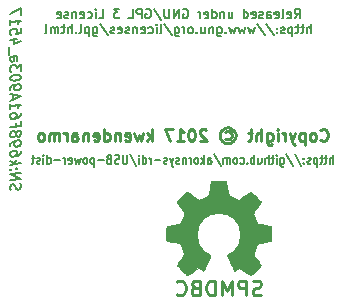
<source format=gbo>
G04 #@! TF.FileFunction,Legend,Bot*
%FSLAX46Y46*%
G04 Gerber Fmt 4.6, Leading zero omitted, Abs format (unit mm)*
G04 Created by KiCad (PCBNEW 4.0.7-e2-6376~58~ubuntu16.04.1) date Mon Nov  6 13:34:28 2017*
%MOMM*%
%LPD*%
G01*
G04 APERTURE LIST*
%ADD10C,0.100000*%
%ADD11C,0.150000*%
%ADD12C,0.165100*%
%ADD13C,0.250000*%
%ADD14C,0.203200*%
%ADD15C,0.010000*%
%ADD16R,10.400000X7.400000*%
%ADD17O,7.250000X4.450000*%
%ADD18C,3.600000*%
G04 APERTURE END LIST*
D10*
D11*
X158042429Y-82502214D02*
X158296429Y-82139357D01*
X158477857Y-82502214D02*
X158477857Y-81740214D01*
X158187572Y-81740214D01*
X158115000Y-81776500D01*
X158078715Y-81812786D01*
X158042429Y-81885357D01*
X158042429Y-81994214D01*
X158078715Y-82066786D01*
X158115000Y-82103071D01*
X158187572Y-82139357D01*
X158477857Y-82139357D01*
X157425572Y-82465929D02*
X157498143Y-82502214D01*
X157643286Y-82502214D01*
X157715857Y-82465929D01*
X157752143Y-82393357D01*
X157752143Y-82103071D01*
X157715857Y-82030500D01*
X157643286Y-81994214D01*
X157498143Y-81994214D01*
X157425572Y-82030500D01*
X157389286Y-82103071D01*
X157389286Y-82175643D01*
X157752143Y-82248214D01*
X156953857Y-82502214D02*
X157026429Y-82465929D01*
X157062714Y-82393357D01*
X157062714Y-81740214D01*
X156373286Y-82465929D02*
X156445857Y-82502214D01*
X156591000Y-82502214D01*
X156663571Y-82465929D01*
X156699857Y-82393357D01*
X156699857Y-82103071D01*
X156663571Y-82030500D01*
X156591000Y-81994214D01*
X156445857Y-81994214D01*
X156373286Y-82030500D01*
X156337000Y-82103071D01*
X156337000Y-82175643D01*
X156699857Y-82248214D01*
X155683857Y-82502214D02*
X155683857Y-82103071D01*
X155720143Y-82030500D01*
X155792714Y-81994214D01*
X155937857Y-81994214D01*
X156010428Y-82030500D01*
X155683857Y-82465929D02*
X155756428Y-82502214D01*
X155937857Y-82502214D01*
X156010428Y-82465929D01*
X156046714Y-82393357D01*
X156046714Y-82320786D01*
X156010428Y-82248214D01*
X155937857Y-82211929D01*
X155756428Y-82211929D01*
X155683857Y-82175643D01*
X155357285Y-82465929D02*
X155284714Y-82502214D01*
X155139571Y-82502214D01*
X155066999Y-82465929D01*
X155030714Y-82393357D01*
X155030714Y-82357071D01*
X155066999Y-82284500D01*
X155139571Y-82248214D01*
X155248428Y-82248214D01*
X155320999Y-82211929D01*
X155357285Y-82139357D01*
X155357285Y-82103071D01*
X155320999Y-82030500D01*
X155248428Y-81994214D01*
X155139571Y-81994214D01*
X155066999Y-82030500D01*
X154413857Y-82465929D02*
X154486428Y-82502214D01*
X154631571Y-82502214D01*
X154704142Y-82465929D01*
X154740428Y-82393357D01*
X154740428Y-82103071D01*
X154704142Y-82030500D01*
X154631571Y-81994214D01*
X154486428Y-81994214D01*
X154413857Y-82030500D01*
X154377571Y-82103071D01*
X154377571Y-82175643D01*
X154740428Y-82248214D01*
X153724428Y-82502214D02*
X153724428Y-81740214D01*
X153724428Y-82465929D02*
X153796999Y-82502214D01*
X153942142Y-82502214D01*
X154014714Y-82465929D01*
X154050999Y-82429643D01*
X154087285Y-82357071D01*
X154087285Y-82139357D01*
X154050999Y-82066786D01*
X154014714Y-82030500D01*
X153942142Y-81994214D01*
X153796999Y-81994214D01*
X153724428Y-82030500D01*
X152454428Y-81994214D02*
X152454428Y-82502214D01*
X152780999Y-81994214D02*
X152780999Y-82393357D01*
X152744714Y-82465929D01*
X152672142Y-82502214D01*
X152563285Y-82502214D01*
X152490714Y-82465929D01*
X152454428Y-82429643D01*
X152091570Y-81994214D02*
X152091570Y-82502214D01*
X152091570Y-82066786D02*
X152055285Y-82030500D01*
X151982713Y-81994214D01*
X151873856Y-81994214D01*
X151801285Y-82030500D01*
X151764999Y-82103071D01*
X151764999Y-82502214D01*
X151075570Y-82502214D02*
X151075570Y-81740214D01*
X151075570Y-82465929D02*
X151148141Y-82502214D01*
X151293284Y-82502214D01*
X151365856Y-82465929D01*
X151402141Y-82429643D01*
X151438427Y-82357071D01*
X151438427Y-82139357D01*
X151402141Y-82066786D01*
X151365856Y-82030500D01*
X151293284Y-81994214D01*
X151148141Y-81994214D01*
X151075570Y-82030500D01*
X150422427Y-82465929D02*
X150494998Y-82502214D01*
X150640141Y-82502214D01*
X150712712Y-82465929D01*
X150748998Y-82393357D01*
X150748998Y-82103071D01*
X150712712Y-82030500D01*
X150640141Y-81994214D01*
X150494998Y-81994214D01*
X150422427Y-82030500D01*
X150386141Y-82103071D01*
X150386141Y-82175643D01*
X150748998Y-82248214D01*
X150059569Y-82502214D02*
X150059569Y-81994214D01*
X150059569Y-82139357D02*
X150023284Y-82066786D01*
X149986998Y-82030500D01*
X149914427Y-81994214D01*
X149841855Y-81994214D01*
X148608142Y-81776500D02*
X148680713Y-81740214D01*
X148789570Y-81740214D01*
X148898427Y-81776500D01*
X148970999Y-81849071D01*
X149007284Y-81921643D01*
X149043570Y-82066786D01*
X149043570Y-82175643D01*
X149007284Y-82320786D01*
X148970999Y-82393357D01*
X148898427Y-82465929D01*
X148789570Y-82502214D01*
X148716999Y-82502214D01*
X148608142Y-82465929D01*
X148571856Y-82429643D01*
X148571856Y-82175643D01*
X148716999Y-82175643D01*
X148245284Y-82502214D02*
X148245284Y-81740214D01*
X147809856Y-82502214D01*
X147809856Y-81740214D01*
X147446998Y-81740214D02*
X147446998Y-82357071D01*
X147410713Y-82429643D01*
X147374427Y-82465929D01*
X147301856Y-82502214D01*
X147156713Y-82502214D01*
X147084141Y-82465929D01*
X147047856Y-82429643D01*
X147011570Y-82357071D01*
X147011570Y-81740214D01*
X146104427Y-81703929D02*
X146757570Y-82683643D01*
X145451284Y-81776500D02*
X145523855Y-81740214D01*
X145632712Y-81740214D01*
X145741569Y-81776500D01*
X145814141Y-81849071D01*
X145850426Y-81921643D01*
X145886712Y-82066786D01*
X145886712Y-82175643D01*
X145850426Y-82320786D01*
X145814141Y-82393357D01*
X145741569Y-82465929D01*
X145632712Y-82502214D01*
X145560141Y-82502214D01*
X145451284Y-82465929D01*
X145414998Y-82429643D01*
X145414998Y-82175643D01*
X145560141Y-82175643D01*
X145088426Y-82502214D02*
X145088426Y-81740214D01*
X144798141Y-81740214D01*
X144725569Y-81776500D01*
X144689284Y-81812786D01*
X144652998Y-81885357D01*
X144652998Y-81994214D01*
X144689284Y-82066786D01*
X144725569Y-82103071D01*
X144798141Y-82139357D01*
X145088426Y-82139357D01*
X143963569Y-82502214D02*
X144326426Y-82502214D01*
X144326426Y-81740214D01*
X143201570Y-81740214D02*
X142729856Y-81740214D01*
X142983856Y-82030500D01*
X142874998Y-82030500D01*
X142802427Y-82066786D01*
X142766141Y-82103071D01*
X142729856Y-82175643D01*
X142729856Y-82357071D01*
X142766141Y-82429643D01*
X142802427Y-82465929D01*
X142874998Y-82502214D01*
X143092713Y-82502214D01*
X143165284Y-82465929D01*
X143201570Y-82429643D01*
X141459856Y-82502214D02*
X141822713Y-82502214D01*
X141822713Y-81740214D01*
X141205856Y-82502214D02*
X141205856Y-81994214D01*
X141205856Y-81740214D02*
X141242142Y-81776500D01*
X141205856Y-81812786D01*
X141169571Y-81776500D01*
X141205856Y-81740214D01*
X141205856Y-81812786D01*
X140516428Y-82465929D02*
X140588999Y-82502214D01*
X140734142Y-82502214D01*
X140806714Y-82465929D01*
X140842999Y-82429643D01*
X140879285Y-82357071D01*
X140879285Y-82139357D01*
X140842999Y-82066786D01*
X140806714Y-82030500D01*
X140734142Y-81994214D01*
X140588999Y-81994214D01*
X140516428Y-82030500D01*
X139899571Y-82465929D02*
X139972142Y-82502214D01*
X140117285Y-82502214D01*
X140189856Y-82465929D01*
X140226142Y-82393357D01*
X140226142Y-82103071D01*
X140189856Y-82030500D01*
X140117285Y-81994214D01*
X139972142Y-81994214D01*
X139899571Y-82030500D01*
X139863285Y-82103071D01*
X139863285Y-82175643D01*
X140226142Y-82248214D01*
X139536713Y-81994214D02*
X139536713Y-82502214D01*
X139536713Y-82066786D02*
X139500428Y-82030500D01*
X139427856Y-81994214D01*
X139318999Y-81994214D01*
X139246428Y-82030500D01*
X139210142Y-82103071D01*
X139210142Y-82502214D01*
X138883570Y-82465929D02*
X138810999Y-82502214D01*
X138665856Y-82502214D01*
X138593284Y-82465929D01*
X138556999Y-82393357D01*
X138556999Y-82357071D01*
X138593284Y-82284500D01*
X138665856Y-82248214D01*
X138774713Y-82248214D01*
X138847284Y-82211929D01*
X138883570Y-82139357D01*
X138883570Y-82103071D01*
X138847284Y-82030500D01*
X138774713Y-81994214D01*
X138665856Y-81994214D01*
X138593284Y-82030500D01*
X137940142Y-82465929D02*
X138012713Y-82502214D01*
X138157856Y-82502214D01*
X138230427Y-82465929D01*
X138266713Y-82393357D01*
X138266713Y-82103071D01*
X138230427Y-82030500D01*
X138157856Y-81994214D01*
X138012713Y-81994214D01*
X137940142Y-82030500D01*
X137903856Y-82103071D01*
X137903856Y-82175643D01*
X138266713Y-82248214D01*
X159421289Y-83795214D02*
X159421289Y-83033214D01*
X159094718Y-83795214D02*
X159094718Y-83396071D01*
X159131004Y-83323500D01*
X159203575Y-83287214D01*
X159312432Y-83287214D01*
X159385004Y-83323500D01*
X159421289Y-83359786D01*
X158840718Y-83287214D02*
X158550432Y-83287214D01*
X158731860Y-83033214D02*
X158731860Y-83686357D01*
X158695575Y-83758929D01*
X158623003Y-83795214D01*
X158550432Y-83795214D01*
X158405289Y-83287214D02*
X158115003Y-83287214D01*
X158296431Y-83033214D02*
X158296431Y-83686357D01*
X158260146Y-83758929D01*
X158187574Y-83795214D01*
X158115003Y-83795214D01*
X157861002Y-83287214D02*
X157861002Y-84049214D01*
X157861002Y-83323500D02*
X157788431Y-83287214D01*
X157643288Y-83287214D01*
X157570717Y-83323500D01*
X157534431Y-83359786D01*
X157498145Y-83432357D01*
X157498145Y-83650071D01*
X157534431Y-83722643D01*
X157570717Y-83758929D01*
X157643288Y-83795214D01*
X157788431Y-83795214D01*
X157861002Y-83758929D01*
X157207859Y-83758929D02*
X157135288Y-83795214D01*
X156990145Y-83795214D01*
X156917573Y-83758929D01*
X156881288Y-83686357D01*
X156881288Y-83650071D01*
X156917573Y-83577500D01*
X156990145Y-83541214D01*
X157099002Y-83541214D01*
X157171573Y-83504929D01*
X157207859Y-83432357D01*
X157207859Y-83396071D01*
X157171573Y-83323500D01*
X157099002Y-83287214D01*
X156990145Y-83287214D01*
X156917573Y-83323500D01*
X156554716Y-83722643D02*
X156518431Y-83758929D01*
X156554716Y-83795214D01*
X156591002Y-83758929D01*
X156554716Y-83722643D01*
X156554716Y-83795214D01*
X156554716Y-83323500D02*
X156518431Y-83359786D01*
X156554716Y-83396071D01*
X156591002Y-83359786D01*
X156554716Y-83323500D01*
X156554716Y-83396071D01*
X155647574Y-82996929D02*
X156300717Y-83976643D01*
X154849288Y-82996929D02*
X155502431Y-83976643D01*
X154667859Y-83287214D02*
X154522716Y-83795214D01*
X154377573Y-83432357D01*
X154232430Y-83795214D01*
X154087287Y-83287214D01*
X153869573Y-83287214D02*
X153724430Y-83795214D01*
X153579287Y-83432357D01*
X153434144Y-83795214D01*
X153289001Y-83287214D01*
X153071287Y-83287214D02*
X152926144Y-83795214D01*
X152781001Y-83432357D01*
X152635858Y-83795214D01*
X152490715Y-83287214D01*
X152200429Y-83722643D02*
X152164144Y-83758929D01*
X152200429Y-83795214D01*
X152236715Y-83758929D01*
X152200429Y-83722643D01*
X152200429Y-83795214D01*
X151511001Y-83287214D02*
X151511001Y-83904071D01*
X151547287Y-83976643D01*
X151583572Y-84012929D01*
X151656144Y-84049214D01*
X151765001Y-84049214D01*
X151837572Y-84012929D01*
X151511001Y-83758929D02*
X151583572Y-83795214D01*
X151728715Y-83795214D01*
X151801287Y-83758929D01*
X151837572Y-83722643D01*
X151873858Y-83650071D01*
X151873858Y-83432357D01*
X151837572Y-83359786D01*
X151801287Y-83323500D01*
X151728715Y-83287214D01*
X151583572Y-83287214D01*
X151511001Y-83323500D01*
X151148143Y-83287214D02*
X151148143Y-83795214D01*
X151148143Y-83359786D02*
X151111858Y-83323500D01*
X151039286Y-83287214D01*
X150930429Y-83287214D01*
X150857858Y-83323500D01*
X150821572Y-83396071D01*
X150821572Y-83795214D01*
X150132143Y-83287214D02*
X150132143Y-83795214D01*
X150458714Y-83287214D02*
X150458714Y-83686357D01*
X150422429Y-83758929D01*
X150349857Y-83795214D01*
X150241000Y-83795214D01*
X150168429Y-83758929D01*
X150132143Y-83722643D01*
X149769285Y-83722643D02*
X149733000Y-83758929D01*
X149769285Y-83795214D01*
X149805571Y-83758929D01*
X149769285Y-83722643D01*
X149769285Y-83795214D01*
X149297571Y-83795214D02*
X149370143Y-83758929D01*
X149406428Y-83722643D01*
X149442714Y-83650071D01*
X149442714Y-83432357D01*
X149406428Y-83359786D01*
X149370143Y-83323500D01*
X149297571Y-83287214D01*
X149188714Y-83287214D01*
X149116143Y-83323500D01*
X149079857Y-83359786D01*
X149043571Y-83432357D01*
X149043571Y-83650071D01*
X149079857Y-83722643D01*
X149116143Y-83758929D01*
X149188714Y-83795214D01*
X149297571Y-83795214D01*
X148716999Y-83795214D02*
X148716999Y-83287214D01*
X148716999Y-83432357D02*
X148680714Y-83359786D01*
X148644428Y-83323500D01*
X148571857Y-83287214D01*
X148499285Y-83287214D01*
X147918714Y-83287214D02*
X147918714Y-83904071D01*
X147955000Y-83976643D01*
X147991285Y-84012929D01*
X148063857Y-84049214D01*
X148172714Y-84049214D01*
X148245285Y-84012929D01*
X147918714Y-83758929D02*
X147991285Y-83795214D01*
X148136428Y-83795214D01*
X148209000Y-83758929D01*
X148245285Y-83722643D01*
X148281571Y-83650071D01*
X148281571Y-83432357D01*
X148245285Y-83359786D01*
X148209000Y-83323500D01*
X148136428Y-83287214D01*
X147991285Y-83287214D01*
X147918714Y-83323500D01*
X147011571Y-82996929D02*
X147664714Y-83976643D01*
X146648713Y-83795214D02*
X146721285Y-83758929D01*
X146757570Y-83686357D01*
X146757570Y-83033214D01*
X146358427Y-83795214D02*
X146358427Y-83287214D01*
X146358427Y-83033214D02*
X146394713Y-83069500D01*
X146358427Y-83105786D01*
X146322142Y-83069500D01*
X146358427Y-83033214D01*
X146358427Y-83105786D01*
X145668999Y-83758929D02*
X145741570Y-83795214D01*
X145886713Y-83795214D01*
X145959285Y-83758929D01*
X145995570Y-83722643D01*
X146031856Y-83650071D01*
X146031856Y-83432357D01*
X145995570Y-83359786D01*
X145959285Y-83323500D01*
X145886713Y-83287214D01*
X145741570Y-83287214D01*
X145668999Y-83323500D01*
X145052142Y-83758929D02*
X145124713Y-83795214D01*
X145269856Y-83795214D01*
X145342427Y-83758929D01*
X145378713Y-83686357D01*
X145378713Y-83396071D01*
X145342427Y-83323500D01*
X145269856Y-83287214D01*
X145124713Y-83287214D01*
X145052142Y-83323500D01*
X145015856Y-83396071D01*
X145015856Y-83468643D01*
X145378713Y-83541214D01*
X144689284Y-83287214D02*
X144689284Y-83795214D01*
X144689284Y-83359786D02*
X144652999Y-83323500D01*
X144580427Y-83287214D01*
X144471570Y-83287214D01*
X144398999Y-83323500D01*
X144362713Y-83396071D01*
X144362713Y-83795214D01*
X144036141Y-83758929D02*
X143963570Y-83795214D01*
X143818427Y-83795214D01*
X143745855Y-83758929D01*
X143709570Y-83686357D01*
X143709570Y-83650071D01*
X143745855Y-83577500D01*
X143818427Y-83541214D01*
X143927284Y-83541214D01*
X143999855Y-83504929D01*
X144036141Y-83432357D01*
X144036141Y-83396071D01*
X143999855Y-83323500D01*
X143927284Y-83287214D01*
X143818427Y-83287214D01*
X143745855Y-83323500D01*
X143092713Y-83758929D02*
X143165284Y-83795214D01*
X143310427Y-83795214D01*
X143382998Y-83758929D01*
X143419284Y-83686357D01*
X143419284Y-83396071D01*
X143382998Y-83323500D01*
X143310427Y-83287214D01*
X143165284Y-83287214D01*
X143092713Y-83323500D01*
X143056427Y-83396071D01*
X143056427Y-83468643D01*
X143419284Y-83541214D01*
X142766141Y-83758929D02*
X142693570Y-83795214D01*
X142548427Y-83795214D01*
X142475855Y-83758929D01*
X142439570Y-83686357D01*
X142439570Y-83650071D01*
X142475855Y-83577500D01*
X142548427Y-83541214D01*
X142657284Y-83541214D01*
X142729855Y-83504929D01*
X142766141Y-83432357D01*
X142766141Y-83396071D01*
X142729855Y-83323500D01*
X142657284Y-83287214D01*
X142548427Y-83287214D01*
X142475855Y-83323500D01*
X141568713Y-82996929D02*
X142221856Y-83976643D01*
X140988141Y-83287214D02*
X140988141Y-83904071D01*
X141024427Y-83976643D01*
X141060712Y-84012929D01*
X141133284Y-84049214D01*
X141242141Y-84049214D01*
X141314712Y-84012929D01*
X140988141Y-83758929D02*
X141060712Y-83795214D01*
X141205855Y-83795214D01*
X141278427Y-83758929D01*
X141314712Y-83722643D01*
X141350998Y-83650071D01*
X141350998Y-83432357D01*
X141314712Y-83359786D01*
X141278427Y-83323500D01*
X141205855Y-83287214D01*
X141060712Y-83287214D01*
X140988141Y-83323500D01*
X140625283Y-83287214D02*
X140625283Y-84049214D01*
X140625283Y-83323500D02*
X140552712Y-83287214D01*
X140407569Y-83287214D01*
X140334998Y-83323500D01*
X140298712Y-83359786D01*
X140262426Y-83432357D01*
X140262426Y-83650071D01*
X140298712Y-83722643D01*
X140334998Y-83758929D01*
X140407569Y-83795214D01*
X140552712Y-83795214D01*
X140625283Y-83758929D01*
X139826997Y-83795214D02*
X139899569Y-83758929D01*
X139935854Y-83686357D01*
X139935854Y-83033214D01*
X139536711Y-83722643D02*
X139500426Y-83758929D01*
X139536711Y-83795214D01*
X139572997Y-83758929D01*
X139536711Y-83722643D01*
X139536711Y-83795214D01*
X139173854Y-83795214D02*
X139173854Y-83033214D01*
X138847283Y-83795214D02*
X138847283Y-83396071D01*
X138883569Y-83323500D01*
X138956140Y-83287214D01*
X139064997Y-83287214D01*
X139137569Y-83323500D01*
X139173854Y-83359786D01*
X138593283Y-83287214D02*
X138302997Y-83287214D01*
X138484425Y-83033214D02*
X138484425Y-83686357D01*
X138448140Y-83758929D01*
X138375568Y-83795214D01*
X138302997Y-83795214D01*
X138048996Y-83795214D02*
X138048996Y-83287214D01*
X138048996Y-83359786D02*
X138012711Y-83323500D01*
X137940139Y-83287214D01*
X137831282Y-83287214D01*
X137758711Y-83323500D01*
X137722425Y-83396071D01*
X137722425Y-83795214D01*
X137722425Y-83396071D02*
X137686139Y-83323500D01*
X137613568Y-83287214D01*
X137504711Y-83287214D01*
X137432139Y-83323500D01*
X137395854Y-83396071D01*
X137395854Y-83795214D01*
X136924139Y-83795214D02*
X136996711Y-83758929D01*
X137032996Y-83686357D01*
X137032996Y-83033214D01*
D12*
X161310564Y-94832714D02*
X161310564Y-94070714D01*
X161027535Y-94832714D02*
X161027535Y-94433571D01*
X161058983Y-94361000D01*
X161121878Y-94324714D01*
X161216221Y-94324714D01*
X161279116Y-94361000D01*
X161310564Y-94397286D01*
X160807402Y-94324714D02*
X160555821Y-94324714D01*
X160713059Y-94070714D02*
X160713059Y-94723857D01*
X160681611Y-94796429D01*
X160618716Y-94832714D01*
X160555821Y-94832714D01*
X160430031Y-94324714D02*
X160178450Y-94324714D01*
X160335688Y-94070714D02*
X160335688Y-94723857D01*
X160304240Y-94796429D01*
X160241345Y-94832714D01*
X160178450Y-94832714D01*
X159958317Y-94324714D02*
X159958317Y-95086714D01*
X159958317Y-94361000D02*
X159895422Y-94324714D01*
X159769631Y-94324714D01*
X159706736Y-94361000D01*
X159675288Y-94397286D01*
X159643841Y-94469857D01*
X159643841Y-94687571D01*
X159675288Y-94760143D01*
X159706736Y-94796429D01*
X159769631Y-94832714D01*
X159895422Y-94832714D01*
X159958317Y-94796429D01*
X159392260Y-94796429D02*
X159329364Y-94832714D01*
X159203574Y-94832714D01*
X159140679Y-94796429D01*
X159109231Y-94723857D01*
X159109231Y-94687571D01*
X159140679Y-94615000D01*
X159203574Y-94578714D01*
X159297917Y-94578714D01*
X159360812Y-94542429D01*
X159392260Y-94469857D01*
X159392260Y-94433571D01*
X159360812Y-94361000D01*
X159297917Y-94324714D01*
X159203574Y-94324714D01*
X159140679Y-94361000D01*
X158826202Y-94760143D02*
X158794754Y-94796429D01*
X158826202Y-94832714D01*
X158857650Y-94796429D01*
X158826202Y-94760143D01*
X158826202Y-94832714D01*
X158826202Y-94361000D02*
X158794754Y-94397286D01*
X158826202Y-94433571D01*
X158857650Y-94397286D01*
X158826202Y-94361000D01*
X158826202Y-94433571D01*
X158040012Y-94034429D02*
X158606069Y-95014143D01*
X157348164Y-94034429D02*
X157914221Y-95014143D01*
X156845001Y-94324714D02*
X156845001Y-94941571D01*
X156876449Y-95014143D01*
X156907897Y-95050429D01*
X156970792Y-95086714D01*
X157065135Y-95086714D01*
X157128030Y-95050429D01*
X156845001Y-94796429D02*
X156907897Y-94832714D01*
X157033687Y-94832714D01*
X157096582Y-94796429D01*
X157128030Y-94760143D01*
X157159478Y-94687571D01*
X157159478Y-94469857D01*
X157128030Y-94397286D01*
X157096582Y-94361000D01*
X157033687Y-94324714D01*
X156907897Y-94324714D01*
X156845001Y-94361000D01*
X156530525Y-94832714D02*
X156530525Y-94324714D01*
X156530525Y-94070714D02*
X156561973Y-94107000D01*
X156530525Y-94143286D01*
X156499077Y-94107000D01*
X156530525Y-94070714D01*
X156530525Y-94143286D01*
X156310392Y-94324714D02*
X156058811Y-94324714D01*
X156216049Y-94070714D02*
X156216049Y-94723857D01*
X156184601Y-94796429D01*
X156121706Y-94832714D01*
X156058811Y-94832714D01*
X155838678Y-94832714D02*
X155838678Y-94070714D01*
X155555649Y-94832714D02*
X155555649Y-94433571D01*
X155587097Y-94361000D01*
X155649992Y-94324714D01*
X155744335Y-94324714D01*
X155807230Y-94361000D01*
X155838678Y-94397286D01*
X154958144Y-94324714D02*
X154958144Y-94832714D01*
X155241173Y-94324714D02*
X155241173Y-94723857D01*
X155209725Y-94796429D01*
X155146830Y-94832714D01*
X155052487Y-94832714D01*
X154989592Y-94796429D01*
X154958144Y-94760143D01*
X154643668Y-94832714D02*
X154643668Y-94070714D01*
X154643668Y-94361000D02*
X154580773Y-94324714D01*
X154454982Y-94324714D01*
X154392087Y-94361000D01*
X154360639Y-94397286D01*
X154329192Y-94469857D01*
X154329192Y-94687571D01*
X154360639Y-94760143D01*
X154392087Y-94796429D01*
X154454982Y-94832714D01*
X154580773Y-94832714D01*
X154643668Y-94796429D01*
X154046163Y-94760143D02*
X154014715Y-94796429D01*
X154046163Y-94832714D01*
X154077611Y-94796429D01*
X154046163Y-94760143D01*
X154046163Y-94832714D01*
X153448658Y-94796429D02*
X153511554Y-94832714D01*
X153637344Y-94832714D01*
X153700239Y-94796429D01*
X153731687Y-94760143D01*
X153763135Y-94687571D01*
X153763135Y-94469857D01*
X153731687Y-94397286D01*
X153700239Y-94361000D01*
X153637344Y-94324714D01*
X153511554Y-94324714D01*
X153448658Y-94361000D01*
X153071287Y-94832714D02*
X153134182Y-94796429D01*
X153165630Y-94760143D01*
X153197078Y-94687571D01*
X153197078Y-94469857D01*
X153165630Y-94397286D01*
X153134182Y-94361000D01*
X153071287Y-94324714D01*
X152976944Y-94324714D01*
X152914049Y-94361000D01*
X152882601Y-94397286D01*
X152851154Y-94469857D01*
X152851154Y-94687571D01*
X152882601Y-94760143D01*
X152914049Y-94796429D01*
X152976944Y-94832714D01*
X153071287Y-94832714D01*
X152568125Y-94832714D02*
X152568125Y-94324714D01*
X152568125Y-94397286D02*
X152536677Y-94361000D01*
X152473782Y-94324714D01*
X152379439Y-94324714D01*
X152316544Y-94361000D01*
X152285096Y-94433571D01*
X152285096Y-94832714D01*
X152285096Y-94433571D02*
X152253649Y-94361000D01*
X152190753Y-94324714D01*
X152096411Y-94324714D01*
X152033515Y-94361000D01*
X152002068Y-94433571D01*
X152002068Y-94832714D01*
X151215878Y-94034429D02*
X151781935Y-95014143D01*
X150712715Y-94832714D02*
X150712715Y-94433571D01*
X150744163Y-94361000D01*
X150807058Y-94324714D01*
X150932849Y-94324714D01*
X150995744Y-94361000D01*
X150712715Y-94796429D02*
X150775611Y-94832714D01*
X150932849Y-94832714D01*
X150995744Y-94796429D01*
X151027192Y-94723857D01*
X151027192Y-94651286D01*
X150995744Y-94578714D01*
X150932849Y-94542429D01*
X150775611Y-94542429D01*
X150712715Y-94506143D01*
X150398239Y-94832714D02*
X150398239Y-94070714D01*
X150335344Y-94542429D02*
X150146658Y-94832714D01*
X150146658Y-94324714D02*
X150398239Y-94615000D01*
X149769286Y-94832714D02*
X149832181Y-94796429D01*
X149863629Y-94760143D01*
X149895077Y-94687571D01*
X149895077Y-94469857D01*
X149863629Y-94397286D01*
X149832181Y-94361000D01*
X149769286Y-94324714D01*
X149674943Y-94324714D01*
X149612048Y-94361000D01*
X149580600Y-94397286D01*
X149549153Y-94469857D01*
X149549153Y-94687571D01*
X149580600Y-94760143D01*
X149612048Y-94796429D01*
X149674943Y-94832714D01*
X149769286Y-94832714D01*
X149266124Y-94832714D02*
X149266124Y-94324714D01*
X149266124Y-94469857D02*
X149234676Y-94397286D01*
X149203229Y-94361000D01*
X149140333Y-94324714D01*
X149077438Y-94324714D01*
X148857305Y-94324714D02*
X148857305Y-94832714D01*
X148857305Y-94397286D02*
X148825857Y-94361000D01*
X148762962Y-94324714D01*
X148668619Y-94324714D01*
X148605724Y-94361000D01*
X148574276Y-94433571D01*
X148574276Y-94832714D01*
X148291248Y-94796429D02*
X148228352Y-94832714D01*
X148102562Y-94832714D01*
X148039667Y-94796429D01*
X148008219Y-94723857D01*
X148008219Y-94687571D01*
X148039667Y-94615000D01*
X148102562Y-94578714D01*
X148196905Y-94578714D01*
X148259800Y-94542429D01*
X148291248Y-94469857D01*
X148291248Y-94433571D01*
X148259800Y-94361000D01*
X148196905Y-94324714D01*
X148102562Y-94324714D01*
X148039667Y-94361000D01*
X147788085Y-94324714D02*
X147630847Y-94832714D01*
X147473609Y-94324714D02*
X147630847Y-94832714D01*
X147693742Y-95014143D01*
X147725190Y-95050429D01*
X147788085Y-95086714D01*
X147253476Y-94796429D02*
X147190580Y-94832714D01*
X147064790Y-94832714D01*
X147001895Y-94796429D01*
X146970447Y-94723857D01*
X146970447Y-94687571D01*
X147001895Y-94615000D01*
X147064790Y-94578714D01*
X147159133Y-94578714D01*
X147222028Y-94542429D01*
X147253476Y-94469857D01*
X147253476Y-94433571D01*
X147222028Y-94361000D01*
X147159133Y-94324714D01*
X147064790Y-94324714D01*
X147001895Y-94361000D01*
X146687418Y-94542429D02*
X146184256Y-94542429D01*
X145869780Y-94832714D02*
X145869780Y-94324714D01*
X145869780Y-94469857D02*
X145838332Y-94397286D01*
X145806885Y-94361000D01*
X145743989Y-94324714D01*
X145681094Y-94324714D01*
X145177932Y-94832714D02*
X145177932Y-94070714D01*
X145177932Y-94796429D02*
X145240828Y-94832714D01*
X145366618Y-94832714D01*
X145429513Y-94796429D01*
X145460961Y-94760143D01*
X145492409Y-94687571D01*
X145492409Y-94469857D01*
X145460961Y-94397286D01*
X145429513Y-94361000D01*
X145366618Y-94324714D01*
X145240828Y-94324714D01*
X145177932Y-94361000D01*
X144863456Y-94832714D02*
X144863456Y-94324714D01*
X144863456Y-94070714D02*
X144894904Y-94107000D01*
X144863456Y-94143286D01*
X144832008Y-94107000D01*
X144863456Y-94070714D01*
X144863456Y-94143286D01*
X144077266Y-94034429D02*
X144643323Y-95014143D01*
X143857132Y-94070714D02*
X143857132Y-94687571D01*
X143825684Y-94760143D01*
X143794237Y-94796429D01*
X143731341Y-94832714D01*
X143605551Y-94832714D01*
X143542656Y-94796429D01*
X143511208Y-94760143D01*
X143479760Y-94687571D01*
X143479760Y-94070714D01*
X143196732Y-94796429D02*
X143102389Y-94832714D01*
X142945151Y-94832714D01*
X142882255Y-94796429D01*
X142850808Y-94760143D01*
X142819360Y-94687571D01*
X142819360Y-94615000D01*
X142850808Y-94542429D01*
X142882255Y-94506143D01*
X142945151Y-94469857D01*
X143070941Y-94433571D01*
X143133836Y-94397286D01*
X143165284Y-94361000D01*
X143196732Y-94288429D01*
X143196732Y-94215857D01*
X143165284Y-94143286D01*
X143133836Y-94107000D01*
X143070941Y-94070714D01*
X142913703Y-94070714D01*
X142819360Y-94107000D01*
X142316199Y-94433571D02*
X142221856Y-94469857D01*
X142190408Y-94506143D01*
X142158960Y-94578714D01*
X142158960Y-94687571D01*
X142190408Y-94760143D01*
X142221856Y-94796429D01*
X142284751Y-94832714D01*
X142536332Y-94832714D01*
X142536332Y-94070714D01*
X142316199Y-94070714D01*
X142253303Y-94107000D01*
X142221856Y-94143286D01*
X142190408Y-94215857D01*
X142190408Y-94288429D01*
X142221856Y-94361000D01*
X142253303Y-94397286D01*
X142316199Y-94433571D01*
X142536332Y-94433571D01*
X141875932Y-94542429D02*
X141372770Y-94542429D01*
X141058294Y-94324714D02*
X141058294Y-95086714D01*
X141058294Y-94361000D02*
X140995399Y-94324714D01*
X140869608Y-94324714D01*
X140806713Y-94361000D01*
X140775265Y-94397286D01*
X140743818Y-94469857D01*
X140743818Y-94687571D01*
X140775265Y-94760143D01*
X140806713Y-94796429D01*
X140869608Y-94832714D01*
X140995399Y-94832714D01*
X141058294Y-94796429D01*
X140366446Y-94832714D02*
X140429341Y-94796429D01*
X140460789Y-94760143D01*
X140492237Y-94687571D01*
X140492237Y-94469857D01*
X140460789Y-94397286D01*
X140429341Y-94361000D01*
X140366446Y-94324714D01*
X140272103Y-94324714D01*
X140209208Y-94361000D01*
X140177760Y-94397286D01*
X140146313Y-94469857D01*
X140146313Y-94687571D01*
X140177760Y-94760143D01*
X140209208Y-94796429D01*
X140272103Y-94832714D01*
X140366446Y-94832714D01*
X139926179Y-94324714D02*
X139800389Y-94832714D01*
X139674598Y-94469857D01*
X139548808Y-94832714D01*
X139423017Y-94324714D01*
X138919855Y-94796429D02*
X138982750Y-94832714D01*
X139108541Y-94832714D01*
X139171436Y-94796429D01*
X139202884Y-94723857D01*
X139202884Y-94433571D01*
X139171436Y-94361000D01*
X139108541Y-94324714D01*
X138982750Y-94324714D01*
X138919855Y-94361000D01*
X138888407Y-94433571D01*
X138888407Y-94506143D01*
X139202884Y-94578714D01*
X138605379Y-94832714D02*
X138605379Y-94324714D01*
X138605379Y-94469857D02*
X138573931Y-94397286D01*
X138542484Y-94361000D01*
X138479588Y-94324714D01*
X138416693Y-94324714D01*
X138196560Y-94542429D02*
X137693398Y-94542429D01*
X137095893Y-94832714D02*
X137095893Y-94070714D01*
X137095893Y-94796429D02*
X137158789Y-94832714D01*
X137284579Y-94832714D01*
X137347474Y-94796429D01*
X137378922Y-94760143D01*
X137410370Y-94687571D01*
X137410370Y-94469857D01*
X137378922Y-94397286D01*
X137347474Y-94361000D01*
X137284579Y-94324714D01*
X137158789Y-94324714D01*
X137095893Y-94361000D01*
X136781417Y-94832714D02*
X136781417Y-94324714D01*
X136781417Y-94070714D02*
X136812865Y-94107000D01*
X136781417Y-94143286D01*
X136749969Y-94107000D01*
X136781417Y-94070714D01*
X136781417Y-94143286D01*
X136498389Y-94796429D02*
X136435493Y-94832714D01*
X136309703Y-94832714D01*
X136246808Y-94796429D01*
X136215360Y-94723857D01*
X136215360Y-94687571D01*
X136246808Y-94615000D01*
X136309703Y-94578714D01*
X136404046Y-94578714D01*
X136466941Y-94542429D01*
X136498389Y-94469857D01*
X136498389Y-94433571D01*
X136466941Y-94361000D01*
X136404046Y-94324714D01*
X136309703Y-94324714D01*
X136246808Y-94361000D01*
X136026674Y-94324714D02*
X135775093Y-94324714D01*
X135932331Y-94070714D02*
X135932331Y-94723857D01*
X135900883Y-94796429D01*
X135837988Y-94832714D01*
X135775093Y-94832714D01*
D13*
X160232858Y-92813143D02*
X160280477Y-92860762D01*
X160423334Y-92908381D01*
X160518572Y-92908381D01*
X160661430Y-92860762D01*
X160756668Y-92765524D01*
X160804287Y-92670286D01*
X160851906Y-92479810D01*
X160851906Y-92336952D01*
X160804287Y-92146476D01*
X160756668Y-92051238D01*
X160661430Y-91956000D01*
X160518572Y-91908381D01*
X160423334Y-91908381D01*
X160280477Y-91956000D01*
X160232858Y-92003619D01*
X159661430Y-92908381D02*
X159756668Y-92860762D01*
X159804287Y-92813143D01*
X159851906Y-92717905D01*
X159851906Y-92432190D01*
X159804287Y-92336952D01*
X159756668Y-92289333D01*
X159661430Y-92241714D01*
X159518572Y-92241714D01*
X159423334Y-92289333D01*
X159375715Y-92336952D01*
X159328096Y-92432190D01*
X159328096Y-92717905D01*
X159375715Y-92813143D01*
X159423334Y-92860762D01*
X159518572Y-92908381D01*
X159661430Y-92908381D01*
X158899525Y-92241714D02*
X158899525Y-93241714D01*
X158899525Y-92289333D02*
X158804287Y-92241714D01*
X158613810Y-92241714D01*
X158518572Y-92289333D01*
X158470953Y-92336952D01*
X158423334Y-92432190D01*
X158423334Y-92717905D01*
X158470953Y-92813143D01*
X158518572Y-92860762D01*
X158613810Y-92908381D01*
X158804287Y-92908381D01*
X158899525Y-92860762D01*
X158090001Y-92241714D02*
X157851906Y-92908381D01*
X157613810Y-92241714D02*
X157851906Y-92908381D01*
X157947144Y-93146476D01*
X157994763Y-93194095D01*
X158090001Y-93241714D01*
X157232858Y-92908381D02*
X157232858Y-92241714D01*
X157232858Y-92432190D02*
X157185239Y-92336952D01*
X157137620Y-92289333D01*
X157042382Y-92241714D01*
X156947143Y-92241714D01*
X156613810Y-92908381D02*
X156613810Y-92241714D01*
X156613810Y-91908381D02*
X156661429Y-91956000D01*
X156613810Y-92003619D01*
X156566191Y-91956000D01*
X156613810Y-91908381D01*
X156613810Y-92003619D01*
X155709048Y-92241714D02*
X155709048Y-93051238D01*
X155756667Y-93146476D01*
X155804286Y-93194095D01*
X155899525Y-93241714D01*
X156042382Y-93241714D01*
X156137620Y-93194095D01*
X155709048Y-92860762D02*
X155804286Y-92908381D01*
X155994763Y-92908381D01*
X156090001Y-92860762D01*
X156137620Y-92813143D01*
X156185239Y-92717905D01*
X156185239Y-92432190D01*
X156137620Y-92336952D01*
X156090001Y-92289333D01*
X155994763Y-92241714D01*
X155804286Y-92241714D01*
X155709048Y-92289333D01*
X155232858Y-92908381D02*
X155232858Y-91908381D01*
X154804286Y-92908381D02*
X154804286Y-92384571D01*
X154851905Y-92289333D01*
X154947143Y-92241714D01*
X155090001Y-92241714D01*
X155185239Y-92289333D01*
X155232858Y-92336952D01*
X154470953Y-92241714D02*
X154090001Y-92241714D01*
X154328096Y-91908381D02*
X154328096Y-92765524D01*
X154280477Y-92860762D01*
X154185239Y-92908381D01*
X154090001Y-92908381D01*
X152185238Y-92146476D02*
X152280476Y-92098857D01*
X152470952Y-92098857D01*
X152566190Y-92146476D01*
X152661428Y-92241714D01*
X152709047Y-92336952D01*
X152709047Y-92527429D01*
X152661428Y-92622667D01*
X152566190Y-92717905D01*
X152470952Y-92765524D01*
X152280476Y-92765524D01*
X152185238Y-92717905D01*
X152375714Y-91765524D02*
X152613809Y-91813143D01*
X152851905Y-91956000D01*
X152994762Y-92194095D01*
X153042381Y-92432190D01*
X152994762Y-92670286D01*
X152851905Y-92908381D01*
X152613809Y-93051238D01*
X152375714Y-93098857D01*
X152137619Y-93051238D01*
X151899524Y-92908381D01*
X151756667Y-92670286D01*
X151709047Y-92432190D01*
X151756667Y-92194095D01*
X151899524Y-91956000D01*
X152137619Y-91813143D01*
X152375714Y-91765524D01*
X150566190Y-92003619D02*
X150518571Y-91956000D01*
X150423333Y-91908381D01*
X150185237Y-91908381D01*
X150089999Y-91956000D01*
X150042380Y-92003619D01*
X149994761Y-92098857D01*
X149994761Y-92194095D01*
X150042380Y-92336952D01*
X150613809Y-92908381D01*
X149994761Y-92908381D01*
X149375714Y-91908381D02*
X149280475Y-91908381D01*
X149185237Y-91956000D01*
X149137618Y-92003619D01*
X149089999Y-92098857D01*
X149042380Y-92289333D01*
X149042380Y-92527429D01*
X149089999Y-92717905D01*
X149137618Y-92813143D01*
X149185237Y-92860762D01*
X149280475Y-92908381D01*
X149375714Y-92908381D01*
X149470952Y-92860762D01*
X149518571Y-92813143D01*
X149566190Y-92717905D01*
X149613809Y-92527429D01*
X149613809Y-92289333D01*
X149566190Y-92098857D01*
X149518571Y-92003619D01*
X149470952Y-91956000D01*
X149375714Y-91908381D01*
X148089999Y-92908381D02*
X148661428Y-92908381D01*
X148375714Y-92908381D02*
X148375714Y-91908381D01*
X148470952Y-92051238D01*
X148566190Y-92146476D01*
X148661428Y-92194095D01*
X147756666Y-91908381D02*
X147089999Y-91908381D01*
X147518571Y-92908381D01*
X145947142Y-92908381D02*
X145947142Y-91908381D01*
X145851904Y-92527429D02*
X145566189Y-92908381D01*
X145566189Y-92241714D02*
X145947142Y-92622667D01*
X145232856Y-92241714D02*
X145042380Y-92908381D01*
X144851903Y-92432190D01*
X144661427Y-92908381D01*
X144470951Y-92241714D01*
X143709046Y-92860762D02*
X143804284Y-92908381D01*
X143994761Y-92908381D01*
X144089999Y-92860762D01*
X144137618Y-92765524D01*
X144137618Y-92384571D01*
X144089999Y-92289333D01*
X143994761Y-92241714D01*
X143804284Y-92241714D01*
X143709046Y-92289333D01*
X143661427Y-92384571D01*
X143661427Y-92479810D01*
X144137618Y-92575048D01*
X143232856Y-92241714D02*
X143232856Y-92908381D01*
X143232856Y-92336952D02*
X143185237Y-92289333D01*
X143089999Y-92241714D01*
X142947141Y-92241714D01*
X142851903Y-92289333D01*
X142804284Y-92384571D01*
X142804284Y-92908381D01*
X141899522Y-92908381D02*
X141899522Y-91908381D01*
X141899522Y-92860762D02*
X141994760Y-92908381D01*
X142185237Y-92908381D01*
X142280475Y-92860762D01*
X142328094Y-92813143D01*
X142375713Y-92717905D01*
X142375713Y-92432190D01*
X142328094Y-92336952D01*
X142280475Y-92289333D01*
X142185237Y-92241714D01*
X141994760Y-92241714D01*
X141899522Y-92289333D01*
X141042379Y-92860762D02*
X141137617Y-92908381D01*
X141328094Y-92908381D01*
X141423332Y-92860762D01*
X141470951Y-92765524D01*
X141470951Y-92384571D01*
X141423332Y-92289333D01*
X141328094Y-92241714D01*
X141137617Y-92241714D01*
X141042379Y-92289333D01*
X140994760Y-92384571D01*
X140994760Y-92479810D01*
X141470951Y-92575048D01*
X140566189Y-92241714D02*
X140566189Y-92908381D01*
X140566189Y-92336952D02*
X140518570Y-92289333D01*
X140423332Y-92241714D01*
X140280474Y-92241714D01*
X140185236Y-92289333D01*
X140137617Y-92384571D01*
X140137617Y-92908381D01*
X139232855Y-92908381D02*
X139232855Y-92384571D01*
X139280474Y-92289333D01*
X139375712Y-92241714D01*
X139566189Y-92241714D01*
X139661427Y-92289333D01*
X139232855Y-92860762D02*
X139328093Y-92908381D01*
X139566189Y-92908381D01*
X139661427Y-92860762D01*
X139709046Y-92765524D01*
X139709046Y-92670286D01*
X139661427Y-92575048D01*
X139566189Y-92527429D01*
X139328093Y-92527429D01*
X139232855Y-92479810D01*
X138756665Y-92908381D02*
X138756665Y-92241714D01*
X138756665Y-92432190D02*
X138709046Y-92336952D01*
X138661427Y-92289333D01*
X138566189Y-92241714D01*
X138470950Y-92241714D01*
X138137617Y-92908381D02*
X138137617Y-92241714D01*
X138137617Y-92336952D02*
X138089998Y-92289333D01*
X137994760Y-92241714D01*
X137851902Y-92241714D01*
X137756664Y-92289333D01*
X137709045Y-92384571D01*
X137709045Y-92908381D01*
X137709045Y-92384571D02*
X137661426Y-92289333D01*
X137566188Y-92241714D01*
X137423331Y-92241714D01*
X137328093Y-92289333D01*
X137280474Y-92384571D01*
X137280474Y-92908381D01*
X136661427Y-92908381D02*
X136756665Y-92860762D01*
X136804284Y-92813143D01*
X136851903Y-92717905D01*
X136851903Y-92432190D01*
X136804284Y-92336952D01*
X136756665Y-92289333D01*
X136661427Y-92241714D01*
X136518569Y-92241714D01*
X136423331Y-92289333D01*
X136375712Y-92336952D01*
X136328093Y-92432190D01*
X136328093Y-92717905D01*
X136375712Y-92813143D01*
X136423331Y-92860762D01*
X136518569Y-92908381D01*
X136661427Y-92908381D01*
D14*
X134016448Y-97100722D02*
X133975324Y-96982490D01*
X133975324Y-96776871D01*
X134016448Y-96689484D01*
X134057571Y-96643220D01*
X134139819Y-96591815D01*
X134222067Y-96581534D01*
X134304314Y-96612377D01*
X134345438Y-96648360D01*
X134386562Y-96725467D01*
X134427686Y-96884822D01*
X134468810Y-96961929D01*
X134509933Y-96997912D01*
X134592181Y-97028755D01*
X134674429Y-97018474D01*
X134756676Y-96967069D01*
X134797800Y-96920805D01*
X134838924Y-96833417D01*
X134838924Y-96627797D01*
X134797800Y-96509567D01*
X133975324Y-96242262D02*
X134838924Y-96134312D01*
X133975324Y-95748776D01*
X134838924Y-95640826D01*
X134057571Y-95327258D02*
X134016448Y-95291274D01*
X133975324Y-95337538D01*
X134016448Y-95373522D01*
X134057571Y-95327258D01*
X133975324Y-95337538D01*
X134509933Y-95270712D02*
X134468810Y-95234729D01*
X134427686Y-95280993D01*
X134468810Y-95316977D01*
X134509933Y-95270712D01*
X134427686Y-95280993D01*
X133975324Y-94926300D02*
X134838924Y-94818350D01*
X134304314Y-94802929D02*
X133975324Y-94597309D01*
X134551057Y-94525343D02*
X134222067Y-94895458D01*
X134838924Y-93749131D02*
X134838924Y-93913626D01*
X134797800Y-94001015D01*
X134756676Y-94047278D01*
X134633305Y-94144948D01*
X134468810Y-94206634D01*
X134139819Y-94247758D01*
X134057571Y-94216915D01*
X134016448Y-94180931D01*
X133975324Y-94103824D01*
X133975324Y-93939328D01*
X134016448Y-93851941D01*
X134057571Y-93805677D01*
X134139819Y-93754272D01*
X134345438Y-93728569D01*
X134427686Y-93759412D01*
X134468810Y-93795396D01*
X134509933Y-93872502D01*
X134509933Y-94036998D01*
X134468810Y-94124386D01*
X134427686Y-94170650D01*
X134345438Y-94222055D01*
X133975324Y-93363595D02*
X133975324Y-93199100D01*
X134016448Y-93111712D01*
X134057571Y-93065448D01*
X134180943Y-92967779D01*
X134345438Y-92906093D01*
X134674429Y-92864969D01*
X134756676Y-92895812D01*
X134797800Y-92931796D01*
X134838924Y-93008902D01*
X134838924Y-93173398D01*
X134797800Y-93260786D01*
X134756676Y-93307050D01*
X134674429Y-93358455D01*
X134468810Y-93384158D01*
X134386562Y-93353315D01*
X134345438Y-93317331D01*
X134304314Y-93240225D01*
X134304314Y-93075729D01*
X134345438Y-92988341D01*
X134386562Y-92942077D01*
X134468810Y-92890672D01*
X134468810Y-92397187D02*
X134509933Y-92474293D01*
X134551057Y-92510277D01*
X134633305Y-92541120D01*
X134674429Y-92535979D01*
X134756676Y-92484574D01*
X134797800Y-92438310D01*
X134838924Y-92350922D01*
X134838924Y-92186426D01*
X134797800Y-92109320D01*
X134756676Y-92073336D01*
X134674429Y-92042493D01*
X134633305Y-92047634D01*
X134551057Y-92099039D01*
X134509933Y-92145303D01*
X134468810Y-92232691D01*
X134468810Y-92397187D01*
X134427686Y-92484574D01*
X134386562Y-92530839D01*
X134304314Y-92582244D01*
X134139819Y-92602806D01*
X134057571Y-92571963D01*
X134016448Y-92535979D01*
X133975324Y-92458872D01*
X133975324Y-92294376D01*
X134016448Y-92206989D01*
X134057571Y-92160725D01*
X134139819Y-92109320D01*
X134304314Y-92088758D01*
X134386562Y-92119601D01*
X134427686Y-92155584D01*
X134468810Y-92232691D01*
X134427686Y-91415355D02*
X134427686Y-91703222D01*
X133975324Y-91759767D02*
X134838924Y-91651817D01*
X134838924Y-91240579D01*
X134838924Y-90541474D02*
X134838924Y-90705969D01*
X134797800Y-90793358D01*
X134756676Y-90839621D01*
X134633305Y-90937291D01*
X134468810Y-90998977D01*
X134139819Y-91040101D01*
X134057571Y-91009258D01*
X134016448Y-90973274D01*
X133975324Y-90896167D01*
X133975324Y-90731671D01*
X134016448Y-90644284D01*
X134057571Y-90598020D01*
X134139819Y-90546615D01*
X134345438Y-90520912D01*
X134427686Y-90551755D01*
X134468810Y-90587739D01*
X134509933Y-90664845D01*
X134509933Y-90829341D01*
X134468810Y-90916729D01*
X134427686Y-90962993D01*
X134345438Y-91014398D01*
X133975324Y-89744700D02*
X133975324Y-90238186D01*
X133975324Y-89991443D02*
X134838924Y-89883493D01*
X134715552Y-89981163D01*
X134633305Y-90073691D01*
X134592181Y-90161079D01*
X134222067Y-89384868D02*
X134222067Y-88973630D01*
X133975324Y-89497957D02*
X134838924Y-89102141D01*
X133975324Y-88922224D01*
X133975324Y-88593233D02*
X133975324Y-88428738D01*
X134016448Y-88341350D01*
X134057571Y-88295086D01*
X134180943Y-88197417D01*
X134345438Y-88135731D01*
X134674429Y-88094607D01*
X134756676Y-88125450D01*
X134797800Y-88161434D01*
X134838924Y-88238540D01*
X134838924Y-88403036D01*
X134797800Y-88490424D01*
X134756676Y-88536688D01*
X134674429Y-88588093D01*
X134468810Y-88613796D01*
X134386562Y-88582953D01*
X134345438Y-88546969D01*
X134304314Y-88469863D01*
X134304314Y-88305367D01*
X134345438Y-88217979D01*
X134386562Y-88171715D01*
X134468810Y-88120310D01*
X134838924Y-87539436D02*
X134838924Y-87457188D01*
X134797800Y-87380081D01*
X134756676Y-87344098D01*
X134674429Y-87313255D01*
X134509933Y-87292693D01*
X134304314Y-87318396D01*
X134139819Y-87380082D01*
X134057571Y-87431487D01*
X134016448Y-87477750D01*
X133975324Y-87565138D01*
X133975324Y-87647386D01*
X134016448Y-87724493D01*
X134057571Y-87760477D01*
X134139819Y-87791320D01*
X134304314Y-87811882D01*
X134509933Y-87786179D01*
X134674429Y-87724493D01*
X134756676Y-87673088D01*
X134797800Y-87626824D01*
X134838924Y-87539436D01*
X134838924Y-86963703D02*
X134838924Y-86429093D01*
X134509933Y-86758084D01*
X134509933Y-86634712D01*
X134468810Y-86557606D01*
X134427686Y-86521622D01*
X134345438Y-86490779D01*
X134139819Y-86516482D01*
X134057571Y-86567887D01*
X134016448Y-86614151D01*
X133975324Y-86701538D01*
X133975324Y-86948281D01*
X134016448Y-87025389D01*
X134057571Y-87061373D01*
X133975324Y-85796815D02*
X134427686Y-85740270D01*
X134509933Y-85771112D01*
X134551057Y-85848220D01*
X134551057Y-86012715D01*
X134509933Y-86100103D01*
X134016448Y-85791675D02*
X133975324Y-85879062D01*
X133975324Y-86084681D01*
X134016448Y-86161789D01*
X134098695Y-86192632D01*
X134180943Y-86182351D01*
X134263190Y-86130946D01*
X134304314Y-86043558D01*
X134304314Y-85837939D01*
X134345438Y-85750551D01*
X133893076Y-85601478D02*
X133893076Y-84943497D01*
X134551057Y-84285516D02*
X133975324Y-84357482D01*
X134880048Y-84450011D02*
X134263190Y-84732737D01*
X134263190Y-84198127D01*
X134838924Y-83385932D02*
X134838924Y-83797170D01*
X134427686Y-83889699D01*
X134468810Y-83843435D01*
X134509933Y-83756046D01*
X134509933Y-83550427D01*
X134468810Y-83473321D01*
X134427686Y-83437337D01*
X134345438Y-83406494D01*
X134139819Y-83432197D01*
X134057571Y-83483602D01*
X134016448Y-83529866D01*
X133975324Y-83617253D01*
X133975324Y-83822872D01*
X134016448Y-83899980D01*
X134057571Y-83935964D01*
X133975324Y-82630282D02*
X133975324Y-83123768D01*
X133975324Y-82877025D02*
X134838924Y-82769075D01*
X134715552Y-82866745D01*
X134633305Y-82959273D01*
X134592181Y-83046661D01*
X134838924Y-82234466D02*
X134838924Y-81658732D01*
X133975324Y-82136797D01*
D13*
X155209428Y-105915952D02*
X155030856Y-105975476D01*
X154733237Y-105975476D01*
X154614190Y-105915952D01*
X154554666Y-105856429D01*
X154495142Y-105737381D01*
X154495142Y-105618333D01*
X154554666Y-105499286D01*
X154614190Y-105439762D01*
X154733237Y-105380238D01*
X154971333Y-105320714D01*
X155090380Y-105261190D01*
X155149904Y-105201667D01*
X155209428Y-105082619D01*
X155209428Y-104963571D01*
X155149904Y-104844524D01*
X155090380Y-104785000D01*
X154971333Y-104725476D01*
X154673713Y-104725476D01*
X154495142Y-104785000D01*
X153959428Y-105975476D02*
X153959428Y-104725476D01*
X153483237Y-104725476D01*
X153364190Y-104785000D01*
X153304666Y-104844524D01*
X153245142Y-104963571D01*
X153245142Y-105142143D01*
X153304666Y-105261190D01*
X153364190Y-105320714D01*
X153483237Y-105380238D01*
X153959428Y-105380238D01*
X152709428Y-105975476D02*
X152709428Y-104725476D01*
X152292761Y-105618333D01*
X151876095Y-104725476D01*
X151876095Y-105975476D01*
X151280857Y-105975476D02*
X151280857Y-104725476D01*
X150983238Y-104725476D01*
X150804666Y-104785000D01*
X150685619Y-104904048D01*
X150626095Y-105023095D01*
X150566571Y-105261190D01*
X150566571Y-105439762D01*
X150626095Y-105677857D01*
X150685619Y-105796905D01*
X150804666Y-105915952D01*
X150983238Y-105975476D01*
X151280857Y-105975476D01*
X149614190Y-105320714D02*
X149435619Y-105380238D01*
X149376095Y-105439762D01*
X149316571Y-105558810D01*
X149316571Y-105737381D01*
X149376095Y-105856429D01*
X149435619Y-105915952D01*
X149554666Y-105975476D01*
X150030857Y-105975476D01*
X150030857Y-104725476D01*
X149614190Y-104725476D01*
X149495143Y-104785000D01*
X149435619Y-104844524D01*
X149376095Y-104963571D01*
X149376095Y-105082619D01*
X149435619Y-105201667D01*
X149495143Y-105261190D01*
X149614190Y-105320714D01*
X150030857Y-105320714D01*
X148066571Y-105856429D02*
X148126095Y-105915952D01*
X148304666Y-105975476D01*
X148423714Y-105975476D01*
X148602286Y-105915952D01*
X148721333Y-105796905D01*
X148780857Y-105677857D01*
X148840381Y-105439762D01*
X148840381Y-105261190D01*
X148780857Y-105023095D01*
X148721333Y-104904048D01*
X148602286Y-104785000D01*
X148423714Y-104725476D01*
X148304666Y-104725476D01*
X148126095Y-104785000D01*
X148066571Y-104844524D01*
D15*
G36*
X150891464Y-96930427D02*
X150778882Y-97527618D01*
X150363469Y-97698865D01*
X149948055Y-97870112D01*
X149449698Y-97531233D01*
X149310131Y-97436877D01*
X149183971Y-97352630D01*
X149077104Y-97282338D01*
X148995417Y-97229847D01*
X148944798Y-97199004D01*
X148931013Y-97192353D01*
X148906179Y-97209458D01*
X148853111Y-97256744D01*
X148777759Y-97328172D01*
X148686070Y-97417700D01*
X148583992Y-97519289D01*
X148477473Y-97626898D01*
X148372463Y-97734487D01*
X148274908Y-97836015D01*
X148190757Y-97925441D01*
X148125959Y-97996726D01*
X148086462Y-98043828D01*
X148077019Y-98059592D01*
X148090608Y-98088653D01*
X148128706Y-98152321D01*
X148187306Y-98244367D01*
X148262402Y-98358564D01*
X148349991Y-98488684D01*
X148400745Y-98562901D01*
X148493254Y-98698422D01*
X148575459Y-98820716D01*
X148643369Y-98923695D01*
X148692999Y-99001273D01*
X148720359Y-99047361D01*
X148724470Y-99057047D01*
X148715150Y-99084574D01*
X148689745Y-99148728D01*
X148652088Y-99240490D01*
X148606013Y-99350839D01*
X148555353Y-99470755D01*
X148503940Y-99591219D01*
X148455610Y-99703209D01*
X148414193Y-99797707D01*
X148383525Y-99865692D01*
X148367438Y-99898143D01*
X148366488Y-99899420D01*
X148341227Y-99905617D01*
X148273954Y-99919440D01*
X148171639Y-99939532D01*
X148041258Y-99964534D01*
X147889783Y-99993086D01*
X147801406Y-100009551D01*
X147639547Y-100040369D01*
X147493350Y-100069694D01*
X147370212Y-100095921D01*
X147277530Y-100117446D01*
X147222698Y-100132665D01*
X147211676Y-100137493D01*
X147200881Y-100170174D01*
X147192170Y-100243985D01*
X147185539Y-100350292D01*
X147180981Y-100480467D01*
X147178490Y-100625876D01*
X147178061Y-100777890D01*
X147179688Y-100927877D01*
X147183364Y-101067206D01*
X147189084Y-101187245D01*
X147196842Y-101279365D01*
X147206631Y-101334932D01*
X147212503Y-101346500D01*
X147247600Y-101360365D01*
X147321971Y-101380188D01*
X147425776Y-101403639D01*
X147549180Y-101428391D01*
X147592258Y-101436398D01*
X147799952Y-101474441D01*
X147964015Y-101505079D01*
X148089869Y-101529529D01*
X148182934Y-101549009D01*
X148248632Y-101564736D01*
X148292382Y-101577928D01*
X148319607Y-101589804D01*
X148335727Y-101601580D01*
X148337982Y-101603908D01*
X148360496Y-101641400D01*
X148394841Y-101714365D01*
X148437588Y-101813867D01*
X148485307Y-101930973D01*
X148534569Y-102056748D01*
X148581944Y-102182257D01*
X148624004Y-102298565D01*
X148657319Y-102396739D01*
X148678458Y-102467843D01*
X148683994Y-102502942D01*
X148683533Y-102504172D01*
X148664776Y-102532861D01*
X148622223Y-102595985D01*
X148560346Y-102686973D01*
X148483617Y-102799255D01*
X148396508Y-102926260D01*
X148371701Y-102962353D01*
X148283247Y-103093203D01*
X148205411Y-103212591D01*
X148142433Y-103313662D01*
X148098554Y-103389559D01*
X148078014Y-103433427D01*
X148077019Y-103438817D01*
X148094277Y-103467144D01*
X148141964Y-103523261D01*
X148213949Y-103601137D01*
X148304102Y-103694740D01*
X148406294Y-103798041D01*
X148514394Y-103905006D01*
X148622271Y-104009606D01*
X148723795Y-104105809D01*
X148812837Y-104187584D01*
X148883266Y-104248900D01*
X148928952Y-104283726D01*
X148941590Y-104289412D01*
X148971008Y-104276020D01*
X149031238Y-104239899D01*
X149112470Y-104187136D01*
X149174969Y-104144667D01*
X149288214Y-104066740D01*
X149422325Y-103974984D01*
X149556844Y-103883375D01*
X149629166Y-103834346D01*
X149873961Y-103668770D01*
X150079449Y-103779875D01*
X150173063Y-103828548D01*
X150252669Y-103866381D01*
X150306532Y-103887958D01*
X150320242Y-103890961D01*
X150336729Y-103868793D01*
X150369254Y-103806149D01*
X150415391Y-103708809D01*
X150472709Y-103582549D01*
X150538783Y-103433150D01*
X150611184Y-103266388D01*
X150687483Y-103088042D01*
X150765253Y-102903891D01*
X150842065Y-102719712D01*
X150915493Y-102541285D01*
X150983107Y-102374387D01*
X151042479Y-102224797D01*
X151091183Y-102098293D01*
X151126789Y-102000654D01*
X151146869Y-101937657D01*
X151150099Y-101916021D01*
X151124503Y-101888424D01*
X151068461Y-101843625D01*
X150993688Y-101790934D01*
X150987412Y-101786765D01*
X150794154Y-101632069D01*
X150638325Y-101451591D01*
X150521275Y-101251102D01*
X150444354Y-101036374D01*
X150408913Y-100813177D01*
X150416302Y-100587281D01*
X150467872Y-100364459D01*
X150564973Y-100150479D01*
X150593541Y-100103664D01*
X150742131Y-99914618D01*
X150917672Y-99762812D01*
X151114089Y-99649034D01*
X151325306Y-99574075D01*
X151545246Y-99538722D01*
X151767836Y-99543767D01*
X151986998Y-99589999D01*
X152196657Y-99678206D01*
X152390738Y-99809179D01*
X152450773Y-99862337D01*
X152603564Y-100028739D01*
X152714902Y-100203912D01*
X152791276Y-100400266D01*
X152833812Y-100594717D01*
X152844313Y-100813342D01*
X152809299Y-101033052D01*
X152732326Y-101246420D01*
X152616952Y-101446022D01*
X152466734Y-101624429D01*
X152285226Y-101774217D01*
X152261372Y-101790006D01*
X152185798Y-101841712D01*
X152128348Y-101886512D01*
X152100882Y-101915117D01*
X152100482Y-101916021D01*
X152106379Y-101946964D01*
X152129754Y-102017191D01*
X152168178Y-102120925D01*
X152219222Y-102252390D01*
X152280457Y-102405807D01*
X152349455Y-102575401D01*
X152423786Y-102755393D01*
X152501021Y-102940008D01*
X152578731Y-103123468D01*
X152654488Y-103299996D01*
X152725862Y-103463814D01*
X152790425Y-103609147D01*
X152845747Y-103730217D01*
X152889399Y-103821247D01*
X152918953Y-103876460D01*
X152930855Y-103890961D01*
X152967222Y-103879669D01*
X153035269Y-103849385D01*
X153123263Y-103805520D01*
X153171649Y-103779875D01*
X153377136Y-103668770D01*
X153621931Y-103834346D01*
X153746893Y-103919170D01*
X153883704Y-104012516D01*
X154011911Y-104100408D01*
X154076128Y-104144667D01*
X154166448Y-104205318D01*
X154242928Y-104253381D01*
X154295592Y-104282770D01*
X154312697Y-104288982D01*
X154337594Y-104272223D01*
X154392694Y-104225436D01*
X154472656Y-104153480D01*
X154572139Y-104061212D01*
X154685799Y-103953490D01*
X154757684Y-103884326D01*
X154883448Y-103760757D01*
X154992136Y-103650234D01*
X155079354Y-103557485D01*
X155140710Y-103487237D01*
X155171808Y-103444220D01*
X155174791Y-103435490D01*
X155160946Y-103402284D01*
X155122687Y-103335142D01*
X155064258Y-103240863D01*
X154989902Y-103126245D01*
X154903864Y-102998083D01*
X154879397Y-102962353D01*
X154790245Y-102832489D01*
X154710261Y-102715569D01*
X154643919Y-102618162D01*
X154595688Y-102546839D01*
X154570042Y-102508170D01*
X154567564Y-102504172D01*
X154571270Y-102473355D01*
X154590938Y-102405599D01*
X154623139Y-102309839D01*
X154664444Y-102195009D01*
X154711424Y-102070044D01*
X154760650Y-101943879D01*
X154808691Y-101825448D01*
X154852118Y-101723685D01*
X154887503Y-101647526D01*
X154911415Y-101605904D01*
X154913115Y-101603908D01*
X154927737Y-101592013D01*
X154952434Y-101580250D01*
X154992627Y-101567401D01*
X155053736Y-101552249D01*
X155141182Y-101533576D01*
X155260387Y-101510165D01*
X155416772Y-101480797D01*
X155615756Y-101444255D01*
X155658839Y-101436398D01*
X155786529Y-101411727D01*
X155897846Y-101387593D01*
X155982954Y-101366324D01*
X156032016Y-101350248D01*
X156038594Y-101346500D01*
X156049435Y-101313273D01*
X156058246Y-101239021D01*
X156065023Y-101132376D01*
X156069759Y-101001967D01*
X156072449Y-100856427D01*
X156073086Y-100704386D01*
X156071665Y-100554476D01*
X156068179Y-100415328D01*
X156062623Y-100295572D01*
X156054991Y-100203841D01*
X156045277Y-100148766D01*
X156039421Y-100137493D01*
X156006819Y-100126123D01*
X155932581Y-100107624D01*
X155824103Y-100083602D01*
X155688782Y-100055662D01*
X155534014Y-100025408D01*
X155449692Y-100009551D01*
X155289703Y-99979644D01*
X155147032Y-99952550D01*
X155028651Y-99929631D01*
X154941534Y-99912243D01*
X154892654Y-99901747D01*
X154884609Y-99899420D01*
X154871012Y-99873186D01*
X154842270Y-99809995D01*
X154802214Y-99718877D01*
X154754675Y-99608857D01*
X154703484Y-99488965D01*
X154652473Y-99368227D01*
X154605473Y-99255671D01*
X154566315Y-99160326D01*
X154538830Y-99091217D01*
X154526850Y-99057374D01*
X154526627Y-99055895D01*
X154540208Y-99029197D01*
X154578284Y-98967760D01*
X154636852Y-98877689D01*
X154711911Y-98765090D01*
X154799459Y-98636070D01*
X154850352Y-98561961D01*
X154943090Y-98426077D01*
X155025458Y-98302709D01*
X155093438Y-98198097D01*
X155143011Y-98118483D01*
X155170157Y-98070107D01*
X155174078Y-98059262D01*
X155157224Y-98034020D01*
X155110631Y-97980124D01*
X155040251Y-97903613D01*
X154952034Y-97810523D01*
X154851934Y-97706895D01*
X154745901Y-97598764D01*
X154639888Y-97492170D01*
X154539847Y-97393150D01*
X154451729Y-97307742D01*
X154381486Y-97241985D01*
X154335071Y-97201916D01*
X154319543Y-97192353D01*
X154294260Y-97205800D01*
X154233788Y-97243575D01*
X154144007Y-97301835D01*
X154030796Y-97376734D01*
X153900036Y-97464425D01*
X153801400Y-97531233D01*
X153303042Y-97870112D01*
X152887629Y-97698865D01*
X152472215Y-97527618D01*
X152359633Y-96930427D01*
X152247050Y-96333235D01*
X151004047Y-96333235D01*
X150891464Y-96930427D01*
X150891464Y-96930427D01*
G37*
X150891464Y-96930427D02*
X150778882Y-97527618D01*
X150363469Y-97698865D01*
X149948055Y-97870112D01*
X149449698Y-97531233D01*
X149310131Y-97436877D01*
X149183971Y-97352630D01*
X149077104Y-97282338D01*
X148995417Y-97229847D01*
X148944798Y-97199004D01*
X148931013Y-97192353D01*
X148906179Y-97209458D01*
X148853111Y-97256744D01*
X148777759Y-97328172D01*
X148686070Y-97417700D01*
X148583992Y-97519289D01*
X148477473Y-97626898D01*
X148372463Y-97734487D01*
X148274908Y-97836015D01*
X148190757Y-97925441D01*
X148125959Y-97996726D01*
X148086462Y-98043828D01*
X148077019Y-98059592D01*
X148090608Y-98088653D01*
X148128706Y-98152321D01*
X148187306Y-98244367D01*
X148262402Y-98358564D01*
X148349991Y-98488684D01*
X148400745Y-98562901D01*
X148493254Y-98698422D01*
X148575459Y-98820716D01*
X148643369Y-98923695D01*
X148692999Y-99001273D01*
X148720359Y-99047361D01*
X148724470Y-99057047D01*
X148715150Y-99084574D01*
X148689745Y-99148728D01*
X148652088Y-99240490D01*
X148606013Y-99350839D01*
X148555353Y-99470755D01*
X148503940Y-99591219D01*
X148455610Y-99703209D01*
X148414193Y-99797707D01*
X148383525Y-99865692D01*
X148367438Y-99898143D01*
X148366488Y-99899420D01*
X148341227Y-99905617D01*
X148273954Y-99919440D01*
X148171639Y-99939532D01*
X148041258Y-99964534D01*
X147889783Y-99993086D01*
X147801406Y-100009551D01*
X147639547Y-100040369D01*
X147493350Y-100069694D01*
X147370212Y-100095921D01*
X147277530Y-100117446D01*
X147222698Y-100132665D01*
X147211676Y-100137493D01*
X147200881Y-100170174D01*
X147192170Y-100243985D01*
X147185539Y-100350292D01*
X147180981Y-100480467D01*
X147178490Y-100625876D01*
X147178061Y-100777890D01*
X147179688Y-100927877D01*
X147183364Y-101067206D01*
X147189084Y-101187245D01*
X147196842Y-101279365D01*
X147206631Y-101334932D01*
X147212503Y-101346500D01*
X147247600Y-101360365D01*
X147321971Y-101380188D01*
X147425776Y-101403639D01*
X147549180Y-101428391D01*
X147592258Y-101436398D01*
X147799952Y-101474441D01*
X147964015Y-101505079D01*
X148089869Y-101529529D01*
X148182934Y-101549009D01*
X148248632Y-101564736D01*
X148292382Y-101577928D01*
X148319607Y-101589804D01*
X148335727Y-101601580D01*
X148337982Y-101603908D01*
X148360496Y-101641400D01*
X148394841Y-101714365D01*
X148437588Y-101813867D01*
X148485307Y-101930973D01*
X148534569Y-102056748D01*
X148581944Y-102182257D01*
X148624004Y-102298565D01*
X148657319Y-102396739D01*
X148678458Y-102467843D01*
X148683994Y-102502942D01*
X148683533Y-102504172D01*
X148664776Y-102532861D01*
X148622223Y-102595985D01*
X148560346Y-102686973D01*
X148483617Y-102799255D01*
X148396508Y-102926260D01*
X148371701Y-102962353D01*
X148283247Y-103093203D01*
X148205411Y-103212591D01*
X148142433Y-103313662D01*
X148098554Y-103389559D01*
X148078014Y-103433427D01*
X148077019Y-103438817D01*
X148094277Y-103467144D01*
X148141964Y-103523261D01*
X148213949Y-103601137D01*
X148304102Y-103694740D01*
X148406294Y-103798041D01*
X148514394Y-103905006D01*
X148622271Y-104009606D01*
X148723795Y-104105809D01*
X148812837Y-104187584D01*
X148883266Y-104248900D01*
X148928952Y-104283726D01*
X148941590Y-104289412D01*
X148971008Y-104276020D01*
X149031238Y-104239899D01*
X149112470Y-104187136D01*
X149174969Y-104144667D01*
X149288214Y-104066740D01*
X149422325Y-103974984D01*
X149556844Y-103883375D01*
X149629166Y-103834346D01*
X149873961Y-103668770D01*
X150079449Y-103779875D01*
X150173063Y-103828548D01*
X150252669Y-103866381D01*
X150306532Y-103887958D01*
X150320242Y-103890961D01*
X150336729Y-103868793D01*
X150369254Y-103806149D01*
X150415391Y-103708809D01*
X150472709Y-103582549D01*
X150538783Y-103433150D01*
X150611184Y-103266388D01*
X150687483Y-103088042D01*
X150765253Y-102903891D01*
X150842065Y-102719712D01*
X150915493Y-102541285D01*
X150983107Y-102374387D01*
X151042479Y-102224797D01*
X151091183Y-102098293D01*
X151126789Y-102000654D01*
X151146869Y-101937657D01*
X151150099Y-101916021D01*
X151124503Y-101888424D01*
X151068461Y-101843625D01*
X150993688Y-101790934D01*
X150987412Y-101786765D01*
X150794154Y-101632069D01*
X150638325Y-101451591D01*
X150521275Y-101251102D01*
X150444354Y-101036374D01*
X150408913Y-100813177D01*
X150416302Y-100587281D01*
X150467872Y-100364459D01*
X150564973Y-100150479D01*
X150593541Y-100103664D01*
X150742131Y-99914618D01*
X150917672Y-99762812D01*
X151114089Y-99649034D01*
X151325306Y-99574075D01*
X151545246Y-99538722D01*
X151767836Y-99543767D01*
X151986998Y-99589999D01*
X152196657Y-99678206D01*
X152390738Y-99809179D01*
X152450773Y-99862337D01*
X152603564Y-100028739D01*
X152714902Y-100203912D01*
X152791276Y-100400266D01*
X152833812Y-100594717D01*
X152844313Y-100813342D01*
X152809299Y-101033052D01*
X152732326Y-101246420D01*
X152616952Y-101446022D01*
X152466734Y-101624429D01*
X152285226Y-101774217D01*
X152261372Y-101790006D01*
X152185798Y-101841712D01*
X152128348Y-101886512D01*
X152100882Y-101915117D01*
X152100482Y-101916021D01*
X152106379Y-101946964D01*
X152129754Y-102017191D01*
X152168178Y-102120925D01*
X152219222Y-102252390D01*
X152280457Y-102405807D01*
X152349455Y-102575401D01*
X152423786Y-102755393D01*
X152501021Y-102940008D01*
X152578731Y-103123468D01*
X152654488Y-103299996D01*
X152725862Y-103463814D01*
X152790425Y-103609147D01*
X152845747Y-103730217D01*
X152889399Y-103821247D01*
X152918953Y-103876460D01*
X152930855Y-103890961D01*
X152967222Y-103879669D01*
X153035269Y-103849385D01*
X153123263Y-103805520D01*
X153171649Y-103779875D01*
X153377136Y-103668770D01*
X153621931Y-103834346D01*
X153746893Y-103919170D01*
X153883704Y-104012516D01*
X154011911Y-104100408D01*
X154076128Y-104144667D01*
X154166448Y-104205318D01*
X154242928Y-104253381D01*
X154295592Y-104282770D01*
X154312697Y-104288982D01*
X154337594Y-104272223D01*
X154392694Y-104225436D01*
X154472656Y-104153480D01*
X154572139Y-104061212D01*
X154685799Y-103953490D01*
X154757684Y-103884326D01*
X154883448Y-103760757D01*
X154992136Y-103650234D01*
X155079354Y-103557485D01*
X155140710Y-103487237D01*
X155171808Y-103444220D01*
X155174791Y-103435490D01*
X155160946Y-103402284D01*
X155122687Y-103335142D01*
X155064258Y-103240863D01*
X154989902Y-103126245D01*
X154903864Y-102998083D01*
X154879397Y-102962353D01*
X154790245Y-102832489D01*
X154710261Y-102715569D01*
X154643919Y-102618162D01*
X154595688Y-102546839D01*
X154570042Y-102508170D01*
X154567564Y-102504172D01*
X154571270Y-102473355D01*
X154590938Y-102405599D01*
X154623139Y-102309839D01*
X154664444Y-102195009D01*
X154711424Y-102070044D01*
X154760650Y-101943879D01*
X154808691Y-101825448D01*
X154852118Y-101723685D01*
X154887503Y-101647526D01*
X154911415Y-101605904D01*
X154913115Y-101603908D01*
X154927737Y-101592013D01*
X154952434Y-101580250D01*
X154992627Y-101567401D01*
X155053736Y-101552249D01*
X155141182Y-101533576D01*
X155260387Y-101510165D01*
X155416772Y-101480797D01*
X155615756Y-101444255D01*
X155658839Y-101436398D01*
X155786529Y-101411727D01*
X155897846Y-101387593D01*
X155982954Y-101366324D01*
X156032016Y-101350248D01*
X156038594Y-101346500D01*
X156049435Y-101313273D01*
X156058246Y-101239021D01*
X156065023Y-101132376D01*
X156069759Y-101001967D01*
X156072449Y-100856427D01*
X156073086Y-100704386D01*
X156071665Y-100554476D01*
X156068179Y-100415328D01*
X156062623Y-100295572D01*
X156054991Y-100203841D01*
X156045277Y-100148766D01*
X156039421Y-100137493D01*
X156006819Y-100126123D01*
X155932581Y-100107624D01*
X155824103Y-100083602D01*
X155688782Y-100055662D01*
X155534014Y-100025408D01*
X155449692Y-100009551D01*
X155289703Y-99979644D01*
X155147032Y-99952550D01*
X155028651Y-99929631D01*
X154941534Y-99912243D01*
X154892654Y-99901747D01*
X154884609Y-99899420D01*
X154871012Y-99873186D01*
X154842270Y-99809995D01*
X154802214Y-99718877D01*
X154754675Y-99608857D01*
X154703484Y-99488965D01*
X154652473Y-99368227D01*
X154605473Y-99255671D01*
X154566315Y-99160326D01*
X154538830Y-99091217D01*
X154526850Y-99057374D01*
X154526627Y-99055895D01*
X154540208Y-99029197D01*
X154578284Y-98967760D01*
X154636852Y-98877689D01*
X154711911Y-98765090D01*
X154799459Y-98636070D01*
X154850352Y-98561961D01*
X154943090Y-98426077D01*
X155025458Y-98302709D01*
X155093438Y-98198097D01*
X155143011Y-98118483D01*
X155170157Y-98070107D01*
X155174078Y-98059262D01*
X155157224Y-98034020D01*
X155110631Y-97980124D01*
X155040251Y-97903613D01*
X154952034Y-97810523D01*
X154851934Y-97706895D01*
X154745901Y-97598764D01*
X154639888Y-97492170D01*
X154539847Y-97393150D01*
X154451729Y-97307742D01*
X154381486Y-97241985D01*
X154335071Y-97201916D01*
X154319543Y-97192353D01*
X154294260Y-97205800D01*
X154233788Y-97243575D01*
X154144007Y-97301835D01*
X154030796Y-97376734D01*
X153900036Y-97464425D01*
X153801400Y-97531233D01*
X153303042Y-97870112D01*
X152887629Y-97698865D01*
X152472215Y-97527618D01*
X152359633Y-96930427D01*
X152247050Y-96333235D01*
X151004047Y-96333235D01*
X150891464Y-96930427D01*
%LPC*%
D16*
X128130800Y-84683600D03*
X128130800Y-94335600D03*
D17*
X165473000Y-84709000D03*
X165473000Y-94352000D03*
D18*
X151638000Y-100838000D03*
M02*

</source>
